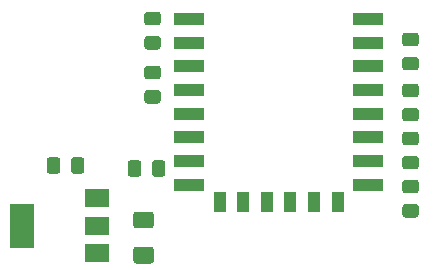
<source format=gbr>
G04 #@! TF.GenerationSoftware,KiCad,Pcbnew,(5.1.10)-1*
G04 #@! TF.CreationDate,2021-09-16T22:40:54-04:00*
G04 #@! TF.ProjectId,ESP_Switch,4553505f-5377-4697-9463-682e6b696361,v1.2*
G04 #@! TF.SameCoordinates,Original*
G04 #@! TF.FileFunction,Paste,Top*
G04 #@! TF.FilePolarity,Positive*
%FSLAX46Y46*%
G04 Gerber Fmt 4.6, Leading zero omitted, Abs format (unit mm)*
G04 Created by KiCad (PCBNEW (5.1.10)-1) date 2021-09-16 22:40:54*
%MOMM*%
%LPD*%
G01*
G04 APERTURE LIST*
%ADD10R,2.000000X1.500000*%
%ADD11R,2.000000X3.800000*%
%ADD12R,2.500000X1.000000*%
%ADD13R,1.000000X1.800000*%
G04 APERTURE END LIST*
G36*
G01*
X92085000Y-103391000D02*
X93335000Y-103391000D01*
G75*
G02*
X93585000Y-103641000I0J-250000D01*
G01*
X93585000Y-104566000D01*
G75*
G02*
X93335000Y-104816000I-250000J0D01*
G01*
X92085000Y-104816000D01*
G75*
G02*
X91835000Y-104566000I0J250000D01*
G01*
X91835000Y-103641000D01*
G75*
G02*
X92085000Y-103391000I250000J0D01*
G01*
G37*
G36*
G01*
X92085000Y-100416000D02*
X93335000Y-100416000D01*
G75*
G02*
X93585000Y-100666000I0J-250000D01*
G01*
X93585000Y-101591000D01*
G75*
G02*
X93335000Y-101841000I-250000J0D01*
G01*
X92085000Y-101841000D01*
G75*
G02*
X91835000Y-101591000I0J250000D01*
G01*
X91835000Y-100666000D01*
G75*
G02*
X92085000Y-100416000I250000J0D01*
G01*
G37*
D10*
X88748000Y-103900000D03*
X88748000Y-99300000D03*
X88748000Y-101600000D03*
D11*
X82448000Y-101600000D03*
D12*
X96540000Y-84130000D03*
X96540000Y-86130000D03*
X96540000Y-88130000D03*
X96540000Y-90130000D03*
X96540000Y-92130000D03*
X96540000Y-94130000D03*
X96540000Y-96130000D03*
X96540000Y-98130000D03*
D13*
X99140000Y-99630000D03*
X101140000Y-99630000D03*
X103140000Y-99630000D03*
X105140000Y-99630000D03*
X107140000Y-99630000D03*
X109140000Y-99630000D03*
D12*
X111740000Y-98130000D03*
X111740000Y-96130000D03*
X111740000Y-94130000D03*
X111740000Y-92130000D03*
X111740000Y-90130000D03*
X111740000Y-88130000D03*
X111740000Y-86130000D03*
X111740000Y-84130000D03*
G36*
G01*
X115766001Y-86418000D02*
X114865999Y-86418000D01*
G75*
G02*
X114616000Y-86168001I0J249999D01*
G01*
X114616000Y-85517999D01*
G75*
G02*
X114865999Y-85268000I249999J0D01*
G01*
X115766001Y-85268000D01*
G75*
G02*
X116016000Y-85517999I0J-249999D01*
G01*
X116016000Y-86168001D01*
G75*
G02*
X115766001Y-86418000I-249999J0D01*
G01*
G37*
G36*
G01*
X115766001Y-88468000D02*
X114865999Y-88468000D01*
G75*
G02*
X114616000Y-88218001I0J249999D01*
G01*
X114616000Y-87567999D01*
G75*
G02*
X114865999Y-87318000I249999J0D01*
G01*
X115766001Y-87318000D01*
G75*
G02*
X116016000Y-87567999I0J-249999D01*
G01*
X116016000Y-88218001D01*
G75*
G02*
X115766001Y-88468000I-249999J0D01*
G01*
G37*
G36*
G01*
X114865999Y-91636000D02*
X115766001Y-91636000D01*
G75*
G02*
X116016000Y-91885999I0J-249999D01*
G01*
X116016000Y-92536001D01*
G75*
G02*
X115766001Y-92786000I-249999J0D01*
G01*
X114865999Y-92786000D01*
G75*
G02*
X114616000Y-92536001I0J249999D01*
G01*
X114616000Y-91885999D01*
G75*
G02*
X114865999Y-91636000I249999J0D01*
G01*
G37*
G36*
G01*
X114865999Y-89586000D02*
X115766001Y-89586000D01*
G75*
G02*
X116016000Y-89835999I0J-249999D01*
G01*
X116016000Y-90486001D01*
G75*
G02*
X115766001Y-90736000I-249999J0D01*
G01*
X114865999Y-90736000D01*
G75*
G02*
X114616000Y-90486001I0J249999D01*
G01*
X114616000Y-89835999D01*
G75*
G02*
X114865999Y-89586000I249999J0D01*
G01*
G37*
G36*
G01*
X114865999Y-99773000D02*
X115766001Y-99773000D01*
G75*
G02*
X116016000Y-100022999I0J-249999D01*
G01*
X116016000Y-100673001D01*
G75*
G02*
X115766001Y-100923000I-249999J0D01*
G01*
X114865999Y-100923000D01*
G75*
G02*
X114616000Y-100673001I0J249999D01*
G01*
X114616000Y-100022999D01*
G75*
G02*
X114865999Y-99773000I249999J0D01*
G01*
G37*
G36*
G01*
X114865999Y-97723000D02*
X115766001Y-97723000D01*
G75*
G02*
X116016000Y-97972999I0J-249999D01*
G01*
X116016000Y-98623001D01*
G75*
G02*
X115766001Y-98873000I-249999J0D01*
G01*
X114865999Y-98873000D01*
G75*
G02*
X114616000Y-98623001I0J249999D01*
G01*
X114616000Y-97972999D01*
G75*
G02*
X114865999Y-97723000I249999J0D01*
G01*
G37*
G36*
G01*
X115766001Y-94800000D02*
X114865999Y-94800000D01*
G75*
G02*
X114616000Y-94550001I0J249999D01*
G01*
X114616000Y-93899999D01*
G75*
G02*
X114865999Y-93650000I249999J0D01*
G01*
X115766001Y-93650000D01*
G75*
G02*
X116016000Y-93899999I0J-249999D01*
G01*
X116016000Y-94550001D01*
G75*
G02*
X115766001Y-94800000I-249999J0D01*
G01*
G37*
G36*
G01*
X115766001Y-96850000D02*
X114865999Y-96850000D01*
G75*
G02*
X114616000Y-96600001I0J249999D01*
G01*
X114616000Y-95949999D01*
G75*
G02*
X114865999Y-95700000I249999J0D01*
G01*
X115766001Y-95700000D01*
G75*
G02*
X116016000Y-95949999I0J-249999D01*
G01*
X116016000Y-96600001D01*
G75*
G02*
X115766001Y-96850000I-249999J0D01*
G01*
G37*
G36*
G01*
X93922001Y-84649000D02*
X93021999Y-84649000D01*
G75*
G02*
X92772000Y-84399001I0J249999D01*
G01*
X92772000Y-83748999D01*
G75*
G02*
X93021999Y-83499000I249999J0D01*
G01*
X93922001Y-83499000D01*
G75*
G02*
X94172000Y-83748999I0J-249999D01*
G01*
X94172000Y-84399001D01*
G75*
G02*
X93922001Y-84649000I-249999J0D01*
G01*
G37*
G36*
G01*
X93922001Y-86699000D02*
X93021999Y-86699000D01*
G75*
G02*
X92772000Y-86449001I0J249999D01*
G01*
X92772000Y-85798999D01*
G75*
G02*
X93021999Y-85549000I249999J0D01*
G01*
X93922001Y-85549000D01*
G75*
G02*
X94172000Y-85798999I0J-249999D01*
G01*
X94172000Y-86449001D01*
G75*
G02*
X93922001Y-86699000I-249999J0D01*
G01*
G37*
G36*
G01*
X93922001Y-89221000D02*
X93021999Y-89221000D01*
G75*
G02*
X92772000Y-88971001I0J249999D01*
G01*
X92772000Y-88320999D01*
G75*
G02*
X93021999Y-88071000I249999J0D01*
G01*
X93922001Y-88071000D01*
G75*
G02*
X94172000Y-88320999I0J-249999D01*
G01*
X94172000Y-88971001D01*
G75*
G02*
X93922001Y-89221000I-249999J0D01*
G01*
G37*
G36*
G01*
X93922001Y-91271000D02*
X93021999Y-91271000D01*
G75*
G02*
X92772000Y-91021001I0J249999D01*
G01*
X92772000Y-90370999D01*
G75*
G02*
X93021999Y-90121000I249999J0D01*
G01*
X93922001Y-90121000D01*
G75*
G02*
X94172000Y-90370999I0J-249999D01*
G01*
X94172000Y-91021001D01*
G75*
G02*
X93922001Y-91271000I-249999J0D01*
G01*
G37*
G36*
G01*
X85656000Y-96069999D02*
X85656000Y-96970001D01*
G75*
G02*
X85406001Y-97220000I-249999J0D01*
G01*
X84755999Y-97220000D01*
G75*
G02*
X84506000Y-96970001I0J249999D01*
G01*
X84506000Y-96069999D01*
G75*
G02*
X84755999Y-95820000I249999J0D01*
G01*
X85406001Y-95820000D01*
G75*
G02*
X85656000Y-96069999I0J-249999D01*
G01*
G37*
G36*
G01*
X87706000Y-96069999D02*
X87706000Y-96970001D01*
G75*
G02*
X87456001Y-97220000I-249999J0D01*
G01*
X86805999Y-97220000D01*
G75*
G02*
X86556000Y-96970001I0J249999D01*
G01*
X86556000Y-96069999D01*
G75*
G02*
X86805999Y-95820000I249999J0D01*
G01*
X87456001Y-95820000D01*
G75*
G02*
X87706000Y-96069999I0J-249999D01*
G01*
G37*
G36*
G01*
X92514000Y-96323999D02*
X92514000Y-97224001D01*
G75*
G02*
X92264001Y-97474000I-249999J0D01*
G01*
X91613999Y-97474000D01*
G75*
G02*
X91364000Y-97224001I0J249999D01*
G01*
X91364000Y-96323999D01*
G75*
G02*
X91613999Y-96074000I249999J0D01*
G01*
X92264001Y-96074000D01*
G75*
G02*
X92514000Y-96323999I0J-249999D01*
G01*
G37*
G36*
G01*
X94564000Y-96323999D02*
X94564000Y-97224001D01*
G75*
G02*
X94314001Y-97474000I-249999J0D01*
G01*
X93663999Y-97474000D01*
G75*
G02*
X93414000Y-97224001I0J249999D01*
G01*
X93414000Y-96323999D01*
G75*
G02*
X93663999Y-96074000I249999J0D01*
G01*
X94314001Y-96074000D01*
G75*
G02*
X94564000Y-96323999I0J-249999D01*
G01*
G37*
M02*

</source>
